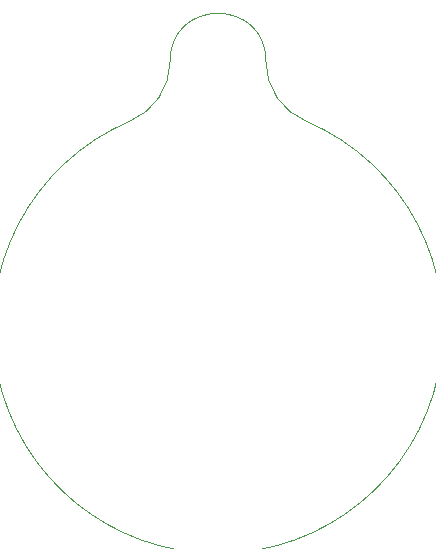
<source format=gm1>
G04 #@! TF.GenerationSoftware,KiCad,Pcbnew,(5.0.1)-3*
G04 #@! TF.CreationDate,2019-02-13T15:37:18-08:00*
G04 #@! TF.ProjectId,ruddock_crest,727564646F636B5F63726573742E6B69,A*
G04 #@! TF.SameCoordinates,Original*
G04 #@! TF.FileFunction,Profile,NP*
%FSLAX46Y46*%
G04 Gerber Fmt 4.6, Leading zero omitted, Abs format (unit mm)*
G04 Created by KiCad (PCBNEW (5.0.1)-3) date 2/13/2019 3:37:18 PM*
%MOMM*%
%LPD*%
G01*
G04 APERTURE LIST*
%ADD10C,0.100000*%
G04 APERTURE END LIST*
D10*
X148463000Y-90424001D02*
G75*
G02X133477001Y-90424001I-7493000J-17525999D01*
G01*
X145023674Y-85343866D02*
G75*
G03X148463001Y-90423999I5471326J-134D01*
G01*
X136916326Y-85344001D02*
G75*
G02X133476999Y-90423999I-5471326J1D01*
G01*
X136906000Y-85344000D02*
G75*
G02X145034000Y-85344000I4064000J0D01*
G01*
M02*

</source>
